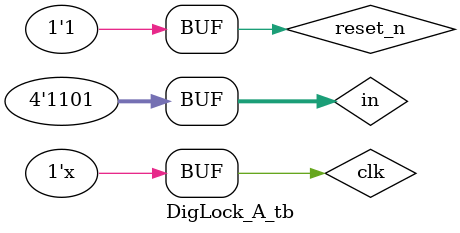
<source format=sv>
`timescale 1ns / 1ps

module DigLock_A_tb;

 
  logic clk;
  logic reset_n;
  logic [3:0]in;
  logic lock;

  
  DigLock_A uut (
    .clk(clk),
    .reset_n(reset_n),
    .in(in),
    .z(lock)
  );

 
  always begin
    #5 clk = ~clk;  
  end

  
  initial begin
    
    clk = 0;
    reset_n = 0;
    in = 0;
    
    
    
    #10
      reset_n = 1;
    in = 4'b0100;
    #10
    in=4'b1001;
   #10
    in=4'b0101;
     #10
    in=4'b1101;
    
 
 
 
 
 
  end



endmodule

</source>
